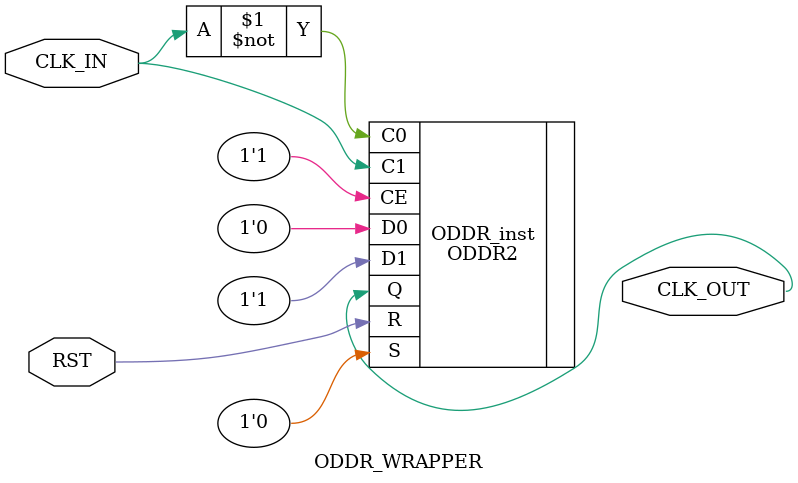
<source format=v>
`timescale 1ns / 1ps

module ODDR_WRAPPER(CLK_IN, RST, CLK_OUT);

// Global reset and "clock" generated from RECONF_PULSE_GEN.
input CLK_IN;
input RST;

// Output clock.
output CLK_OUT;

// ODDR: Output Double Data Rate Output Register with Set, Reset
// and Clock Enable.
// 7 Series
// Xilinx HDL Libraries Guide, version 13.1
ODDR2 #(
.INIT(1'b0), // Initial value of Q: 1'b0 or 1'b1
.SRTYPE("SYNC") // Set/Reset type: "SYNC" or "ASYNC"
) ODDR_inst (
	.Q(CLK_OUT), // 1-bit DDR output
	.C0(~CLK_IN), // 1-bit clock input
	.C1(CLK_IN), // 1-bit clock input (inverted)
	.CE(1'b1), // 1-bit clock enable input
	.D0(1'b0), // 1-bit data input (positive edge)
	.D1(1'b1), // 1-bit data input (negative edge)
	.R(RST), // 1-bit reset
	.S(1'b0) // 1-bit set
);
// End of ODDR_inst instantiation

endmodule

</source>
